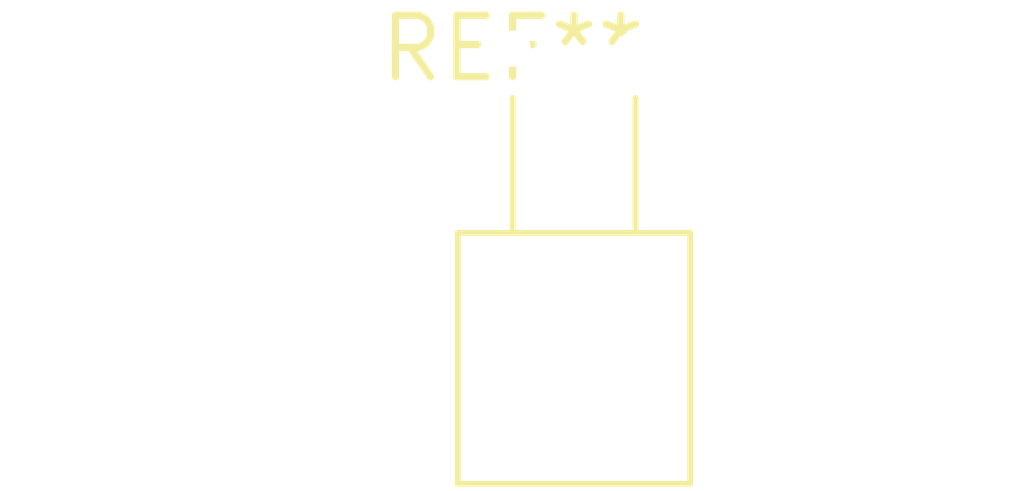
<source format=kicad_pcb>
(kicad_pcb (version 20240108) (generator pcbnew)
  (layers (0 "F.Cu" signal) (31 "B.Cu" signal) (34 "B.Paste" user) (35 "F.Paste" user) (36 "B.SilkS" user "B.Silkscreen") (37 "F.SilkS" user "F.Silkscreen") (38 "B.Mask" user) (39 "F.Mask" user) (44 "Edge.Cuts" user))
  (net 0 "")
  (footprint "TO-92-2_Horizontal1" (layer "F.Cu") (at 0 0)
    (property "Reference" "REF**")
    (property "Value" "TO-92-2_Horizontal1")
    (fp_line (start -1.13 3.81) (end 3.67 3.81) (layer "F.SilkS") (stroke (width 0.12)))
    (fp_line (start -1.13 9) (end -1.13 3.81) (layer "F.SilkS") (stroke (width 0.12)))
    (fp_line (start 0 1.02) (end 0 3.81) (layer "F.SilkS") (stroke (width 0.12)))
    (fp_line (start 2.54 1.02) (end 2.54 3.81) (layer "F.SilkS") (stroke (width 0.12)))
    (fp_line (start 3.67 3.81) (end 3.67 9) (layer "F.SilkS") (stroke (width 0.12)))
    (fp_line (start 3.67 9) (end -1.13 9) (layer "F.SilkS") (stroke (width 0.12)))
    (pad "1" thru_hole rect (at 0 0 90) (size 1.3 1.3) (drill 0.75) (layers *.Cu *.Mask) (remove_unused_layers))
    (pad "2" thru_hole circle (at 2.54 0 90) (size 1.3 1.3) (drill 0.75) (layers *.Cu *.Mask) (remove_unused_layers))
  )
)
</source>
